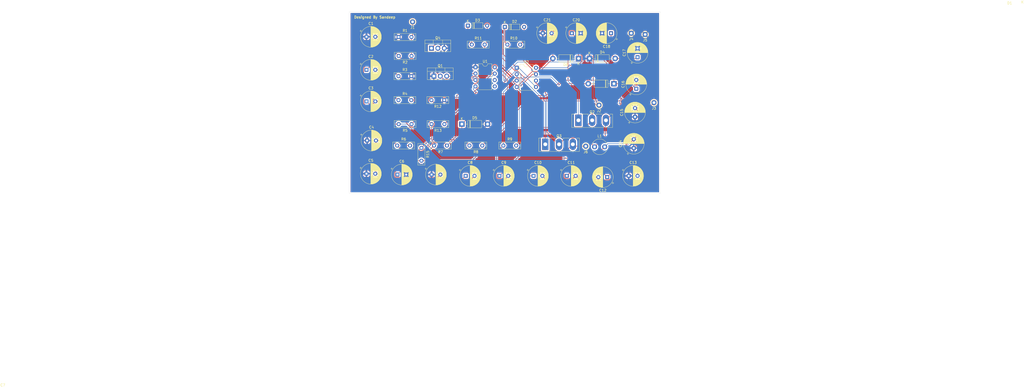
<source format=kicad_pcb>
(kicad_pcb (version 20241229) (generator "pcbnew") (generator_version "9.0")
  (layers (0 "F.Cu" signal) (2 "B.Cu" signal) (13 "F.Paste" user) (15 "B.Paste" user) (5 "F.SilkS" user "F.Silkscreen") (7 "B.SilkS" user "B.Silkscreen") (1 "F.Mask" user) (3 "B.Mask" user) (25 "Edge.Cuts" user))
  (net 0 "")
  (net 1 "Earth")
  (net 2 "Net-(U1-+)")
  (net 3 "Net-(C2-Pad2)")
  (net 4 "Net-(U1--)")
  (net 5 "Net-(D6-A)")
  (net 6 "Net-(C3-Pad1)")
  (net 7 "Net-(D5-K)")
  (net 8 "Net-(J2-Pin_1)")
  (net 9 "Net-(C8-Pad2)")
  (net 10 "Net-(Q1-E)")
  (net 11 "Net-(U2-CT)")
  (net 12 "Net-(C9-Pad1)")
  (net 13 "+15")
  (net 14 "OUT")
  (net 15 "Net-(D1-K)")
  (net 16 "Net-(Q2-S)")
  (net 17 "Net-(D4-A)")
  (net 18 "Net-(D2-K)")
  (net 19 "Net-(D2-A)")
  (net 20 "Net-(D3-A)")
  (net 21 "Net-(D3-K)")
  (net 22 "Net-(D6-K)")
  (net 23 "Net-(J1-Pin_1)")
  (net 24 "Net-(Q1-C)")
  (net 25 "Net-(U2-RT)")
  (net 27 "unconnected-(U1-BAL-Pad5)")
  (footprint "Capacitor_THT:CP_Radial_D8.0mm_P3.50mm" (layer "F.Cu") (at 122.847349 118)
    (property "Reference" "C9")
    (property "Value" "C")
  )
  (footprint "Package_DIP:DIP-8_W7.62mm" (layer "F.Cu") (at 113.38 74.96)
    (property "Reference" "U1")
    (property "Value" "LM311")
  )
  (footprint "Capacitor_THT:CP_Radial_D8.0mm_P3.50mm" (layer "F.Cu") (at 177 83.5 90)
    (property "Reference" "C16")
    (property "Value" "C")
  )
  (footprint "Capacitor_THT:CP_Radial_D8.0mm_P3.50mm" (layer "F.Cu") (at 70.5 104)
    (property "Reference" "C4")
    (property "Value" "C")
  )
  (footprint "Capacitor_THT:CP_Radial_D8.0mm_P3.50mm" (layer "F.Cu") (at 140 61.5)
    (property "Reference" "C21")
    (property "Value" "C_US")
  )
  (footprint "Package_TO_SOT_THT:TO-247-3_Vertical" (layer "F.Cu") (at 141 105.5)
    (property "Reference" "Q3")
    (property "Value" "IRFP4668PbF")
  )
  (footprint "Resistor_THT:R_Box_L8.4mm_W2.5mm_P5.08mm" (layer "F.Cu") (at 82.42 106)
    (property "Reference" "R6")
    (property "Value" "R")
  )
  (footprint "Resistor_THT:R_Box_L8.4mm_W2.5mm_P5.08mm" (layer "F.Cu") (at 88.08 70.5 180)
    (property "Reference" "R2")
    (property "Value" "R")
  )
  (footprint "Diode_THT:D_DO-35_SOD27_P7.62mm_Horizontal" (layer "F.Cu") (at 125 59)
    (property "Reference" "D2")
    (property "Value" "1N4148")
  )
  (footprint "Capacitor_THT:CP_Radial_D8.0mm_P3.50mm" (layer "F.Cu") (at 70.264698 62.92)
    (property "Reference" "C1")
    (property "Value" "C")
  )
  (footprint "Connector_Pin:Pin_D1.0mm_L10.0mm" (layer "F.Cu") (at 162.25 90)
    (property "Reference" "J2")
    (property "Value" "Conn_01x01_Pin")
  )
  (footprint "Diode_THT:D_DO-41_SOD81_P10.16mm_Horizontal" (layer "F.Cu") (at 168.16 81.5 180)
    (property "Reference" "D1")
    (property "Value" "1N5819")
  )
  (footprint "Resistor_THT:R_Box_L8.4mm_W2.5mm_P5.08mm" (layer "F.Cu") (at 88.08 97.5 180)
    (property "Reference" "R5")
    (property "Value" "R")
  )
  (footprint "Resistor_THT:R_Box_L8.4mm_W2.5mm_P5.08mm" (layer "F.Cu") (at 124.42 106)
    (property "Reference" "R9")
    (property "Value" "R")
  )
  (footprint "Capacitor_THT:CP_Radial_D8.0mm_P3.50mm" (layer "F.Cu") (at 174 118)
    (property "Reference" "C13")
    (property "Value" "C")
  )
  (footprint "Package_TO_SOT_THT:TO-247-3_Vertical" (layer "F.Cu") (at 154.1 96)
    (property "Reference" "Q2")
    (property "Value" "IRFP4668PbF")
  )
  (footprint "Capacitor_THT:CP_Radial_D8.0mm_P3.50mm" (layer "F.Cu") (at 136.347349 118)
    (property "Reference" "C10")
    (property "Value" "C")
  )
  (footprint "Diode_THT:D_DO-41_SOD81_P10.16mm_Horizontal" (layer "F.Cu") (at 154.16 71.5 180)
    (property "Reference" "D6")
    (property "Value" "1N47xxA")
  )
  (footprint "Resistor_THT:R_Box_L8.4mm_W2.5mm_P5.08mm" (layer "F.Cu") (at 82.92 78.5)
    (property "Reference" "R3")
    (property "Value" "R")
  )
  (footprint "Capacitor_THT:CP_Radial_D8.0mm_P3.50mm" (layer "F.Cu") (at 82.5 117.5)
    (property "Reference" "C6")
    (property "Value" "C")
  )
  (footprint "Inductor_THT:L_Radial_D6.0mm_P4.00mm" (layer "F.Cu") (at 160.5 106.5)
    (property "Reference" "L1")
    (property "Value" "L")
  )
  (footprint "Resistor_THT:R_Box_L8.4mm_W2.5mm_P5.08mm" (layer "F.Cu") (at 82.965 63)
    (property "Reference" "R1")
    (property "Value" "R")
  )
  (footprint "Resistor_THT:R_Box_L8.4mm_W2.5mm_P5.08mm" (layer "F.Cu") (at 101.08 97.5 180)
    (property "Reference" "R13")
    (property "Value" "R")
  )
  (footprint "Capacitor_THT:CP_Radial_D8.0mm_P3.50mm" (layer "F.Cu") (at 176.5 94.652651 90)
    (property "Reference" "C15")
    (property "Value" "C")
  )
  (footprint "Capacitor_THT:CP_Radial_D8.0mm_P3.50mm" (layer "F.Cu") (at 70.25 117.15)
    (property "Reference" "C5")
    (property "Value" "C")
  )
  (footprint "Connector_Pin:Pin_D1.0mm_L10.0mm" (layer "F.Cu") (at 175 61.5)
    (property "Reference" "J4")
    (property "Value" "Conn_01x01_Pin")
  )
  (footprint "Connector_Pin:Pin_D1.0mm_L10.0mm" (layer "F.Cu") (at 180.5 62)
    (property "Reference" "J5")
    (property "Value" "Conn_01x01_Pin")
  )
  (footprint "Package_TO_SOT_THT:TO-220-3_Vertical" (layer "F.Cu") (at 96.92 78.5)
    (property "Reference" "Q1")
    (property "Value" "TIP42C")
  )
  (footprint "Connector_Pin:Pin_D1.0mm_L10.0mm" (layer "F.Cu") (at 157 106.25)
    (property "Reference" "J6")
    (property "Value" "Conn_01x01_Pin")
  )
  (footprint "Resistor_THT:R_Box_L8.4mm_W2.5mm_P5.08mm" (layer "F.Cu") (at 116.08 106 180)
    (property "Reference" "R8")
    (property "Value" "R")
  )
  (footprint "Diode_THT:D_DO-41_SOD81_P10.16mm_Horizontal" (layer "F.Cu") (at 158.5 71.5)
    (property "Reference" "D4")
    (property "Value" "1N47xxA")
  )
  (footprint "Resistor_THT:R_Box_L8.4mm_W2.5mm_P5.08mm" (layer "F.Cu") (at 126 66)
    (property "Reference" "R10")
    (property "Value" "R")
  )
  (footprint "Capacitor_THT:CP_Radial_D8.0mm_P3.50mm" (layer "F.Cu") (at 96 117.5)
    (property "Reference" "C7")
    (property "Value" "C")
  )
  (footprint "Resistor_THT:R_Box_L8.4mm_W2.5mm_P5.08mm" (layer "F.Cu") (at 111.92 66)
    (property "Reference" "R11")
    (property "Value" "R")
  )
  (footprint "Package_TO_SOT_THT:TO-220-3_Vertical" (layer "F.Cu") (at 95.96 67.45)
    (property "Reference" "Q4")
    (property "Value" "MJE13005G")
  )
  (footprint "Capacitor_THT:CP_Radial_D8.0mm_P3.50mm" (layer "F.Cu") (at 176 107 90)
    (property "Reference" "C14")
    (property "Value" "C")
  )
  (footprint "Package_DIP:DIP-8_W7.62mm" (layer "F.Cu") (at 129.695 75.19)
    (property "Reference" "U2")
    (property "Value" "IR2153")
  )
  (footprint "Diode_THT:D_DO-41_SOD81_P10.16mm_Horizontal" (layer "F.Cu") (at 108 97.5)
    (property "Reference" "D5")
    (property "Value" "1N47xxA")
  )
  (footprint "Diode_THT:D_DO-35_SOD27_P7.62mm_Horizontal" (layer "F.Cu") (at 110.38 58.5)
    (property "Reference" "D3")
    (property "Value" "1N4148")
  )
  (footprint "Connector_Pin:Pin_D1.0mm_L10.0mm" (layer "F.Cu") (at 88.5 57)
    (property "Reference" "J1")
    (property "Value" "Conn_01x02_Pin")
  )
  (footprint "Capacitor_THT:CP_Radial_D8.0mm_P3.50mm" (layer "F.Cu") (at 70.264698 88.5)
    (property "Reference" "C3")
    (property "Value" "C")
  )
  (footprint "Capacitor_THT:CP_Radial_D8.0mm_P3.50mm" (layer "F.Cu") (at 70.264698 76)
    (property "Reference" "C2")
    (property "Value" "C")
  )
  (footprint "Capacitor_THT:CP_Radial_D8.0mm_P3.50mm" (layer "F.Cu") (at 149.5 118)
    (property "Reference" "C11")
    (property "Value" "C")
  )
  (footprint "Capacitor_THT:CP_Radial_D8.0mm_P3.50mm" (layer "F.Cu") (at 151.5 61.5)
    (property "Reference" "C20")
    (property "Value" "C_US")
  )
  (footprint "Capacitor_THT:CP_Radial_D8.0mm_P3.50mm" (layer "F.Cu") (at 109.5 118)
    (property "Reference" "C8")
    (property "Value" "C")
  )
  (footprint "Resistor_THT:R_Box_L8.4mm_W2.5mm_P5.08mm" (layer "F.Cu") (at 102.08 106 180)
    (property "Reference" "R7")
    (property "Value" "R")
  )
  (footprint "Resistor_THT:R_Box_L8.4mm_W2.5mm_P5.08mm" (layer "F.Cu") (at 101.035 88 180)
    (property "Reference" "R12")
    (property "Value" "R")
  )
  (footprint "Resistor_THT:R_Box_L8.4mm_W2.5mm_P5.08mm" (layer "F.Cu") (at 92 106.92 -90)
    (property "Reference" "R15")
    (property "Value" "R")
  )
  (footprint "Connector_Pin:Pin_D1.0mm_L10.0mm" (layer "F.Cu") (at 184 89)
    (property "Reference" "J3")
    (property "Value" "Conn_01x01_Pin")
  )
  (footprint "Capacitor_THT:CP_Radial_D8.0mm_P3.50mm" (layer "F.Cu") (at 177.5 71 90)
    (property "Reference" "C17")
    (property "Value" "C")
  )
  (footprint "Resistor_THT:R_Box_L8.4mm_W2.5mm_P5.08mm" (layer "F.Cu") (at 82.92 88)
    (property "Reference" "R4")
    (property "Value" "R")
  )
  (footprint "Capacitor_THT:CP_Radial_D8.0mm_P3.50mm" (layer "F.Cu") (at 167 61.5 180)
    (property "Reference" "C18")
    (property "Value" "C")
  )
  (footprint "Capacitor_THT:CP_Radial_D8.0mm_P3.50mm" (layer "F.Cu") (at 165.5 118.5 180)
    (property "Reference" "C12")
    (property "Value" "C")
  )
  (gr_rect (start 63.5 53) (end 186.5 125) (stroke (width 0.05)) (fill no) (layer "Edge.Cuts"))
  (gr_text "Designed By Sandeep" (at 65.25 55.75 0) (layer "F.SilkS") (effects (font (size 1 1) (thickness 0.2) (bold yes)) (justify left bottom)))
  (segment (start 84.101 71.601) (end 102.851 71.601) (width 0.2) (layer "F.Cu") (net 2))
  (segment (start 83 70.5) (end 84.101 71.601) (width 0.2) (layer "F.Cu") (net 2))
  (segment (start 102.851 71.601) (end 108.75 77.5) (width 0.2) (layer "F.Cu") (net 2))
  (segment (start 75.42 62.92) (end 83 70.5) (width 0.2) (layer "F.Cu") (net 2))
  (segment (start 108.75 77.5) (end 113.38 77.5) (width 0.2) (layer "F.Cu") (net 2))
  (segment (start 73.764698 62.92) (end 75.42 62.92) (width 0.2) (layer "F.Cu") (net 2))
  (segment (start 73.764698 76) (end 76 76) (width 0.2) (layer "F.Cu") (net 3))
  (segment (start 76 76) (end 88 88) (width 0.2) (layer "F.Cu") (net 3))
  (segment (start 79.319 74.899) (end 82.92 78.5) (width 0.2) (layer "F.Cu") (net 4))
  (segment (start 110.46 80.04) (end 108 82.5) (width 0.2) (layer "F.Cu") (net 4))
  (segment (start 89.101 96.479) (end 88.08 97.5) (width 0.2) (layer "F.Cu") (net 4))
  (segment (start 82.92 78.5) (end 89.101 84.681) (width 0.2) (layer "F.Cu") (net 4))
  (segment (start 113.38 80.04) (end 110.46 80.04) (width 0.2) (layer "F.Cu") (net 4))
  (segment (start 89.101 85) (end 89.101 96.479) (width 0.2) (layer "F.Cu") (net 4))
  (segment (start 71.365698 74.899) (end 79.319 74.899) (width 0.2) (layer "F.Cu") (net 4))
  (segment (start 70.264698 76) (end 71.365698 74.899) (width 0.2) (layer "F.Cu") (net 4))
  (segment (start 89.101 84.681) (end 89.101 85) (width 0.2) (layer "F.Cu") (net 4))
  (segment (start 91.601 82.5) (end 89.101 85) (width 0.2) (layer "F.Cu") (net 4))
  (segment (start 108 82.5) (end 91.601 82.5) (width 0.2) (layer "F.Cu") (net 4))
  (segment (start 148.399 118.78516) (end 148.399 109.001) (width 0.2) (layer "F.Cu") (net 5))
  (segment (start 173.302 112.58416) (end 173.302 89.4178) (width 0.2) (layer "F.Cu") (net 5))
  (segment (start 121.45605 73.859) (end 120.54395 73.859) (width 0.2) (layer "F.Cu") (net 5))
  (segment (start 129.695 82.09795) (end 121.45605 73.859) (width 0.2) (layer "F.Cu") (net 5))
  (segment (start 119.899 77.61805) (end 110.61805 86.899) (width 0.2) (layer "F.Cu") (net 5))
  (segment (start 141.25 86.25) (end 133.135 86.25) (width 0.2) (layer "F.Cu") (net 5))
  (segment (start 166.28516 119.601) (end 173.302 112.58416) (width 0.2) (layer "F.Cu") (net 5))
  (segment (start 153 118) (end 151.899 119.101) (width 0.2) (layer "F.Cu") (net 5))
  (segment (start 141.847349 120) (end 151 120) (width 0.2) (layer "F.Cu") (net 5))
  (segment (start 144 71.5) (end 144 62) (width 0.2) (layer "F.Cu") (net 5))
  (segment (start 162 118.5) (end 153.5 118.5) (width 0.2) (layer "F.Cu") (net 5))
  (segment (start 148.399 118.78516) (end 149.21484 119.601) (width 0.2) (layer "F.Cu") (net 5))
  (segment (start 99.5 117.5) (end 98.399 118.601) (width 0.2) (layer "F.Cu") (net 5))
  (segment (start 77.52295 88.5) (end 87.62395 98.601) (width 0.2) (layer "F.Cu") (net 5))
  (segment (start 98.399 118.601) (end 81.71484 118.601) (width 0.2) (layer "F.Cu") (net 5))
  (segment (start 81.399 118.28516) (end 81.399 116.71484) (width 0.2) (layer "F.Cu") (net 5))
  (segment (start 120.54395 73.859) (end 119.899 74.50395) (width 0.2) (layer "F.Cu") (net 5))
  (segment (start 173.302 89.4178) (end 163.9832 80.099) (width 0.2) (layer "F.Cu") (net 5))
  (segment (start 133.135 86.25) (end 129.695 82.81) (width 0.2) (layer "F.Cu") (net 5))
  (segment (start 149.21484 119.601) (end 166.28516 119.601) (width 0.2) (layer "F.Cu") (net 5))
  (segment (start 94.854 96.354) (end 96 97.5) (width 0.2) (layer "F.Cu") (net 5))
  (segment (start 129.695 82.81) (end 135.876 76.629) (width 0.2) (layer "F.Cu") (net 5))
  (segment (start 81.399 116.71484) (end 88.11384 110) (width 0.2) (layer "F.Cu") (net 5))
  (segment (start 151 120) (end 153 118) (width 0.2) (layer "F.Cu") (net 5))
  (segment (start 87.62395 98.601) (end 94.899 98.601) (width 0.2) (layer "F.Cu") (net 5))
  (segment (start 151.899 119.101) (end 148.71484 119.101) (width 0.2) (layer "F.Cu") (net 5))
  (segment (start 97.172576 106) (end 97.673576 105.499) (width 0.2) (layer "F.Cu") (net 5))
  (segment (start 135.876 76.629) (end 138.871 76.629) (width 0.2) (layer "F.Cu") (net 5))
  (segment (start 148.71484 119.101) (end 148.399 118.78516) (width 0.2) (layer "F.Cu") (net 5))
  (segment (start 163.9832 80.099) (end 147.401 80.099) (width 0.2) (layer "F.Cu") (net 5))
  (segment (start 97 106) (end 97.172576 106) (width 0.2) (layer "F.Cu") (net 5))
  (segment (start 73.764698 88.5) (end 77.52295 88.5) (width 0.2) (layer "F.Cu") (net 5))
  (segment (start 148.399 109.001) (end 151.9 105.5) (width 0.2) (layer "F.Cu") (net 5))
  (segment (start 88.11384 110) (end 93 110) (width 0.2) (layer "F.Cu") (net 5))
  (segment (start 95.49895 86.899) (end 94.854 87.54395) (width 0.2) (layer "F.Cu") (net 5))
  (segment (start 152.65 106.25) (end 151.9 105.5) (width 0.2) (layer "F.Cu") (net 5))
  (segment (start 94.899 98.601) (end 96 97.5) (width 0.2) (layer "F.Cu") (net 5))
  (segment (start 93 110) (end 97 106) (width 0.2) (layer "F.Cu") (net 5))
  (segment (start 119.899 74.50395) (end 119.899 77.61805) (width 0.2) (layer "F.Cu") (net 5))
  (segment (start 139.847349 118) (end 141.847349 120) (width 0.2) (layer "F.Cu") (net 5))
  (segment (start 144 62) (end 143.5 61.5) (width 0.2) (layer "F.Cu") (net 5))
  (segment (start 94.854 87.54395) (end 94.854 96.354) (width 0.2) (layer "F.Cu") (net 5))
  (segment (start 81.71484 118.601) (end 81.399 118.28516) (width 0.2) (layer "F.Cu") (net 5))
  (segment (start 153.5 118.5) (end 153 118) (width 0.2) (layer "F.Cu") (net 5))
  (segment (start 138.871 76.629) (end 144 71.5) (width 0.2) (layer "F.Cu") (net 5))
  (segment (start 129.695 82.81) (end 129.695 82.09795) (width 0.2) (layer "F.Cu") (net 5))
  (segment (start 110.61805 86.899) (end 95.49895 86.899) (width 0.2) (layer "F.Cu") (net 5))
  (segment (start 157 106.25) (end 152.65 106.25) (width 0.2) (layer "F.Cu") (net 5))
  (segment (start 147.401 80.099) (end 141.25 86.25) (width 0.2) (layer "F.Cu") (net 5))
  (via (at 97.673576 105.499) (size 0.6) (drill 0.3) (layers "F.Cu" "B.Cu") (net 5))
  (segment (start 96 103.825424) (end 96 97.5) (width 0.2) (layer "B.Cu") (net 5))
  (segment (start 97.673576 105.499) (end 96 103.825424) (width 0.2) (layer "B.Cu") (net 5))
  (segment (start 97.101 97.95605) (end 97.101 89.146) (width 0.2) (layer "F.Cu") (net 6))
  (segment (start 96.05505 99.002) (end 97.101 97.95605) (width 0.2) (layer "F.Cu") (net 6))
  (segment (start 80.766698 99.002) (end 96.05505 99.002) (width 0.2) (layer "F.Cu") (net 6))
  (segment (start 97.101 89.146) (end 95.955 88) (width 0.2) (layer "F.Cu") (net 6))
  (segment (start 70.264698 88.5) (end 80.766698 99.002) (width 0.2) (layer "F.Cu") (net 6))
  (segment (start 92 106.92) (end 95.92 103) (width 0.2) (layer "F.Cu") (net 7))
  (segment (start 126 85.5) (end 126 79.96) (width 0.2) (layer "F.Cu") (net 7))
  (segment (start 108 97.5) (end 120 85.5) (width 0.2) (layer "F.Cu") (net 7))
  (segment (start 126 79.96) (end 121 74.96) (width 0.2) (layer "F.Cu") (net 7))
  (segment (start 120 85.5) (end 126 85.5) (width 0.2) (layer "F.Cu") (net 7))
  (segment (start 84.139999 107.719999) (end 91.200001 107.719999) (width 0.2) (layer "F.Cu") (net 7))
  (segment (start 82.42 106) (end 84.139999 107.719999) (width 0.2) (layer "F.Cu") (net 7))
  (segment (start 74 104) (end 80.42 104) (width 0.2) (layer "F.Cu") (net 7))
  (segment (start 74 104) (end 74 116.9) (width 0.2) (layer "F.Cu") (net 7))
  (segment (start 91.200001 107.719999) (end 92 106.92) (width 0.2) (layer "F.Cu") (net 7))
  (segment (start 108 101.5) (end 108 97.5) (width 0.2) (layer "F.Cu") (net 7))
  (segment (start 74 116.9) (end 73.75 117.15) (width 0.2) (layer "F.Cu") (net 7))
  (segment (start 106.5 103) (end 108 101.5) (width 0.2) (layer "F.Cu") (net 7))
  (segment (start 95.92 103) (end 106.5 103) (width 0.2) (layer "F.Cu") (net 7))
  (segment (start 80.42 104) (end 82.42 106) (width 0.2) (layer "F.Cu") (net 7))
  (segment (start 162.25 90) (end 161.25 90) (width 0.2) (layer "F.Cu") (net 8))
  (segment (start 88 112) (end 92 112) (width 0.2) (layer "F.Cu") (net 8))
  (segment (start 160 70) (end 160 79.499) (width 0.2) (layer "F.Cu") (net 8))
  (segment (start 82.5 117.5) (end 88 112) (width 0.2) (layer "F.Cu") (net 8))
  (segment (start 151.5 61.5) (end 160 70) (width 0.2) (layer "F.Cu") (net 8))
  (segment (start 125.199 98.801) (end 156.749 98.801) (width 0.2) (layer "F.Cu") (net 8))
  (segment (start 159.976 88.726) (end 160 88.702) (width 0.2) (layer "F.Cu") (net 8))
  (segment (start 112 112) (end 125.199 98.801) (width 0.2) (layer "F.Cu") (net 8))
  (segment (start 162.25 89.901) (end 161.25 88.901) (width 0.2) (layer "F.Cu") (net 8))
  (segment (start 156.749 98.801) (end 159.55 96) (width 0.2) (layer "F.Cu") (net 8))
  (segment (start 159.55 89.152) (end 159.976 88.726) (width 0.2) (layer "F.Cu") (net 8))
  (segment (start 162.25 90) (end 162.25 89.901) (width 0.2) (layer "F.Cu") (net 8))
  (segment (start 161.25 90) (end 159.976 88.726) (width 0.2) (layer "F.Cu") (net 8))
  (segment (start 159.55 96) (end 159.55 89.152) (width 0.2) (layer "F.Cu") (net 8))
  (segment (start 92 112) (end 112 112) (width 0.2) (layer "F.Cu") (net 8))
  (via (at 161.25 88.901) (size 0.6) (drill 0.3) (layers "F.Cu" "B.Cu") (net 8))
  (via (at 160 79.499) (size 0.6) (drill 0.3) (layers "F.Cu" "B.Cu") (net 8))
  (segment (start 160 79.499) (end 160 87) (width 0.2) (layer "B.Cu") (net 8))
  (segment (start 161.25 88.901) (end 161.25 88.25) (width 0.2) (layer "B.Cu") (net 8))
  (segment (start 161.25 88.25) (end 160 87) (width 0.2) (layer "B.Cu") (net 8))
  (segment (start 85.727951 108.120999) (end 92.356051 108.120999) (width 0.2) (layer "F.Cu") (net 9))
  (segment (start 92.356051 108.120999) (end 95.97905 104.498) (width 0.2) (layer "F.Cu") (net 9))
  (segment (start 111.597 119.403) (end 74.44595 119.403) (width 0.2) (layer "F.Cu") (net 9))
  (segment (start 113 118) (end 111.597 119.403) (width 0.2) (layer "F.Cu") (net 9))
  (segment (start 95.97905 104.498) (end 109.498 104.498) (width 0.2) (layer "F.Cu") (net 9))
  (segment (start 74.44595 119.403) (end 85.727951 108.120999) (width 0.2) (layer "F.Cu") (net 9))
  (segment (start 109.498 104.498) (end 111 106) (width 0.2) (layer "F.Cu") (net 9))
  (segment (start 113.49805 81.479) (end 110.771 81.479) (width 0.2) (layer "F.Cu") (net 10))
  (segment (start 114.481 79.58395) (end 114.481 80.49605) (width 0.2) (layer "F.Cu") (net 10))
  (segment (start 80.998 116.54874) (end 87.94774 109.599) (width 0.2) (layer "F.Cu") (net 10))
  (segment (start 91.84395 109.599) (end 96.54395 104.899) (width 0.2) (layer "F.Cu") (net 10))
  (segment (start 87.94774 109.599) (end 91.84395 109.599) (width 0.2) (layer "F.Cu") (net 10))
  (segment (start 110.771 81.479) (end 106 86.25) (width 0.2) (layer "F.Cu") (net 10))
  (segment (start 80.998 118.45126) (end 80.998 116.54874) (width 0.2) (layer "F.Cu") (net 10))
  (segment (start 102.101 78.601) (end 113.49805 78.601) (width 0.2) (layer "F.Cu") (net 10))
  (segment (start 113.49805 78.601) (end 114.481 79.58395) (width 0.2) (layer "F.Cu") (net 10))
  (segment (start 81.54874 119.002) (end 80.998 118.45126) (width 0.2) (layer "F.Cu") (net 10))
  (segment (start 96.54395 104.899) (end 100.979 104.899) (width 0.2) (layer "F.Cu") (net 10))
  (segment (start 108.498 119.002) (end 81.54874 119.002) (width 0.2) (layer "F.Cu") (net 10))
  (segment (start 109.5 118) (end 108.498 119.002) (width 0.2) (layer "F.Cu") (net 10))
  (segment (start 102 78.5) (end 102.101 78.601) (width 0.2) (layer "F.Cu") (net 10))
  (segment (start 100.979 104.899) (end 102.08 106) (width 0.2) (layer "F.Cu") (net 10))
  (segment (start 114.481 80.49605) (end 113.49805 81.479) (width 0.2) (layer "F.Cu") (net 10))
  (via (at 106 86.25) (size 0.6) (drill 0.3) (layers "F.Cu" "B.Cu") (net 10))
  (segment (start 106 86.25) (end 106 102.08) (width 0.2) (layer "B.Cu") (net 10))
  (segment (start 106 102.08) (end 102.08 106) (width 0.2) (layer "B.Cu") (net 10))
  (segment (start 125.246349 119.101) (end 122.062189 119.101) (width 0.2) (layer "F.Cu") (net 11))
  (segment (start 129.695 80.27) (end 128.98 80.27) (width 0.2) (layer "F.Cu") (net 11))
  (segment (start 128.98 80.27) (end 128.84779 80.40221) (width 0.2) (layer "F.Cu") (net 11))
  (segment (start 121.746349 118.78516) (end 121.746349 108.673651) (width 0.2) (layer "F.Cu") (net 11))
  (segment (start 126.347349 118) (end 136.347349 118) (width 0.2) (layer "F.Cu") (net 11))
  (segment (start 122.062189 119.101) (end 121.746349 118.78516) (width 0.2) (layer "F.Cu") (net 11))
  (segment (start 121.746349 108.673651) (end 124.42 106) (width 0.2) (layer "F.Cu") (net 11))
  (segment (start 126.347349 118) (end 125.246349 119.101) (width 0.2) (layer "F.Cu") (net 11))
  (via (at 128.84779 80.40221) (size 0.6) (drill 0.3) (layers "F.Cu" "B.Cu") (net 11))
  (segment (start 124.42 84.83) (end 124.42 106) (width 0.2) (layer "B.Cu") (net 11))
  (segment (start 128.84779 80.40221) (end 124.42 84.83) (width 0.2) (layer "B.Cu") (net 11))
  (segment (start 170.5 101) (end 172.5 99) (width 0.2) (layer "F.Cu") (net 12))
  (segment (start 171 88.25) (end 170.949 88.301) (width 0.2) (layer "F.Cu") (net 12))
  (segment (start 139.847349 101) (end 170.5 101) (width 0.2) (layer "F.Cu") (net 12))
  (segment (start 172.5 99) (end 171 97.5) (width 0.2) (layer "F.Cu") (net 12))
  (segment (start 171 97.5) (end 171 88.25) (width 0.2) (layer "F.Cu") (net 12))
  (segment (start 170.949 88.301) (end 133.779 88.301) (width 0.2) (layer "F.Cu") (net 12))
  (segment (start 133.779 88.301) (end 116.08 106) (width 0.2) (layer "F.Cu") (net 12))
  (segment (start 122.847349 118) (end 139.847349 101) (width 0.2) (layer "F.Cu") (net 12))
  (segment (start 124.29473 69.78973) (end 124.29473 62.67058) (width 0.2) (layer "F.Cu") (net 13))
  (segment (start 172.901 89.5839) (end 164.8171 81.5) (width 0.2) (layer "F.Cu") (net 13))
  (segment (start 108.952 56.998) (end 98.5 67.45) (width 0.2) (layer "F.Cu") (net 13))
  (segment (start 158 81.5) (end 146.84853 81.5) (width 0.2) (layer "F.Cu") (net 13))
  (segment (start 129.695 75.19) (end 124.29473 69.78973) (width 0.2) (layer "F.Cu") (net 13))
  (segment (start 164.8171 81.5) (end 158 81.5) (width 0.2) (layer "F.Cu") (net 13))
  (segment (start 172.901 111.099) (end 172.901 89.5839) (width 0.2) (layer "F.Cu") (net 13))
  (segment (start 150.601 116.899) (end 163.899 116.899) (width 0.2) (layer "F.Cu") (net 13))
  (segment (start 124.29473 62.67058) (end 118.62215 56.998) (width 0.2) (layer "F.Cu") (net 13))
  (segment (start 118.62215 56.998) (end 108.952 56.998) (width 0.2) (layer "F.Cu") (net 13))
  (segment (start 163.899 116.899) (end 165.5 118.5) (width 0.2) (layer "F.Cu") (net 13))
  (segment (start 149.5 118) (end 150.601 116.899) (width 0.2) (layer "F.Cu") (net 13))
  (segment (start 146.84853 81.5) (end 146.424265 81.924265) (width 0.2) (layer "F.Cu") (net 13))
  (segment (start 165.5 118.5) (end 172.901 111.099) (width 0.2) (layer "F.Cu") (net 13))
  (via (at 146.424265 81.924265) (size 0.6) (drill 0.3) (layers "F.Cu" "B.Cu") (net 13))
  (segment (start 143.331 78.831) (end 134.136 78.831) (width 0.2) (layer "B.Cu") (net 13))
  (segment (start 130.495 75.19) (end 129.695 75.19) (width 0.2) (layer "B.Cu") (net 13))
  (segment (start 134.136 78.831) (end 130.495 75.19) (width 0.2) (layer "B.Cu") (net 13))
  (segment (start 146.424265 81.924265) (end 143.331 78.831) (width 0.2) (layer "B.Cu") (net 13))
  (segment (start 177.75 101.75) (end 176 103.5) (width 0.2) (layer "F.Cu") (net 14))
  (segment (start 164.5 106.5) (end 160 111) (width 0.2) (layer "F.Cu") (net 14))
  (segment (start 176 105.11384) (end 176 103.5) (width 0.2) (layer "F.Cu") (net 14))
  (segment (start 82.319 87.399) (end 82.92 88) (width 0.2) (layer "F.Cu") (net 14))
  (segment (start 174.25 105.25) (end 173.902 105.25) (width 0.2) (layer "F.Cu") (net 14))
  (segment (start 72.663698 88.95605) (end 72.663698 88.04395) (width 0.2) (layer "F.Cu") (net 14))
  (segment (start 72.663698 88.04395) (end 73.308648 87.399) (width 0.2) (layer "F.Cu") (net 14))
  (segment (start 83 97.5) (end 81.207648 97.5) (width 0.2) (layer "F.Cu") (net 14))
  (segment (start 176.5 91.152651) (end 177.75 92.402651) (width 0.2) (layer "F.Cu") (net 14))
  (segment (start 177.75 92.402651) (end 177.75 101.75) (width 0.2) (layer "F.Cu") (net 14))
  (segment (start 81.207648 97.5) (end 72.663698 88.95605) (width 0.2) (layer "F.Cu") (net 14))
  (segment (start 177.5 106.61384) (end 176 105.11384) (width 0.2) (layer "F.Cu") (net 14))
  (segment (start 160 111) (end 148.999 111) (width 0.2) (layer "F.Cu") (net 14))
  (segment (start 73.308648 87.399) (end 82.319 87.399) (width 0.2) (layer "F.Cu") (net 14))
  (segment (start 181.847349 91.152651) (end 184 89) (width 0.2) (layer "F.Cu") (net 14))
  (segment (start 176.5 91.152651) (end 181.847349 91.152651) (width 0.2) (layer "F.Cu") (net 14))
  (segment (start 176 103.5) (end 174.25 105.25) (width 0.2) (layer "F.Cu") (net 14))
  (segment (start 177.5 118) (end 177.5 106.61384) (width 0.2) (layer "F.Cu") (net 14))
  (via (at 173.902 105.25) (size 0.6) (drill 0.3) (layers "F.Cu" "B.Cu") (net 14))
  (via (at 148.999 111) (size 0.6) (drill 0.3) (layers "F.Cu" "B.Cu") (net 14))
  (segment (start 173.902 105.25) (end 165.75 105.25) (width 0.2) (layer "B.Cu") (net 14))
  (segment (start 86.25 97.5) (end 83 97.5) (width 0.2) (layer "B.Cu") (net 14))
  (segment (start 148.999 111) (end 99.75 111) (width 0.2) (layer "B.Cu") (net 14))
  (segment (start 99.75 111) (end 86.25 97.5) (width 0.2) (layer "B.Cu") (net 14))
  (segment (start 165.75 105.25) (end 164.5 106.5) (width 0.2) (layer "B.Cu") (net 14))
  (segment (start 168.16 76.27384) (end 152.28516 60.399) (width 0.2) (layer "F.Cu") (net 15))
  (segment (start 153.89616 74.25) (end 150.6 74.25) (width 0.2) (layer "F.Cu") (net 15))
  (segment (start 150.399 60.71484) (end 150.399 65.25284) (width 0.2) (layer "F.Cu") (net 15))
  (segment (start 150.399 65.25284) (end 155.561 70.41484) (width 0.2) (layer "F.Cu") (net 15))
  (segment (start 155.561 72.58516) (end 153.89616 74.25) (width 0.2) (layer "F.Cu") (net 15))
  (segment (start 155.561 70.41484) (end 155.561 72.58516) (width 0.2) (layer "F.Cu") (net 15))
  (segment (start 150.71484 60.399) (end 150.399 60.71484) (width 0.2) (layer "F.Cu") (net 15))
  (segment (start 152.28516 60.399) (end 150.71484 60.399) (width 0.2) (layer "F.Cu") (net 15))
  (segment (start 168.16 81.5) (end 168.16 76.27384) (width 0.2) (layer "F.Cu") (net 15))
  (segment (start 168.16 81.5) (end 175 81.5) (width 0.2) (layer "F.Cu") (net 15))
  (segment (start 175 81.5) (end 177 83.5) (width 0.2) (layer "F.Cu") (net 15))
  (via (at 150.6 74.25) (size 0.6) (drill 0.3) (layers "F.Cu" "B.Cu") (net 15))
  (segment (start 150.6 74.25) (end 149.66 75.19) (width 0.2) (layer "B.Cu") (net 15))
  (segment (start 149.66 75.19) (end 137.315 75.19) (width 0.2) (layer "B.Cu") (net 15))
  (segment (start 170.599 90.401) (end 170.599 89.449) (width 0.2) (layer "F.Cu") (net 16))
  (segment (start 160.5 106.5) (end 164.75 102.25) (width 0.2) (layer "F.Cu") (net 16))
  (segment (start 170.599 89.449) (end 170.4 89.25) (width 0.2) (layer "F.Cu") (net 16))
  (segment (start 164.75 102.25) (end 164.75 101.6) (width 0.2) (layer "F.Cu") (net 16))
  (segment (start 165 96) (end 170.599 90.401) (width 0.2) (layer "F.Cu") (net 16))
  (segment (start 137.31205 81.25) (end 141.125735 85.063685) (width 0.2) (layer "F.Cu") (net 16))
  (segment (start 156.949 102.949) (end 149.001 102.949) (width 0.2) (layer "F.Cu") (net 16))
  (segment (start 141.125735 85.063685) (end 141.125735 85.525735) (width 0.2) (layer "F.Cu") (net 16))
  (segment (start 137.315 80.27) (end 137.315 81.185) (width 0.2) (layer "F.Cu") (net 16))
  (segment (start 137.25 81.25) (end 137.31205 81.25) (width 0.2) (layer "F.Cu") (net 16))
  (segment (start 149.001 102.949) (end 146.45 105.5) (width 0.2) (layer "F.Cu") (net 16))
  (segment (start 160.5 106.5) (end 156.949 102.949) (width 0.2) (layer "F.Cu") (net 16))
  (segment (start 137.315 81.185) (end 137.25 81.25) (width 0.2) (layer "F.Cu") (net 16))
  (via (at 141.125735 85.525735) (size 0.6) (drill 0.3) (layers "F.Cu" "B.Cu") (net 16))
  (via (at 164.75 101.6) (size 0.6) (drill 0.3) (layers "F.Cu" "B.Cu") (net 16))
  (via (at 170.4 89.25) (size 0.6) (drill 0.3) (layers "F.Cu" "B.Cu") (net 16))
  (segment (start 170.4 89.25) (end 170.4 88.1) (width 0.2) (layer "B.Cu") (net 16))
  (segment (start 164.75 96.25) (end 165 96) (width 0.2) (layer "B.Cu") (net 16))
  (segment (start 170.4 88.1) (end 177 81.5) (width 0.2) (layer "B.Cu") (net 16))
  (segment (start 141.401 100.451) (end 146.45 105.5) (width 0.2) (layer "B.Cu") (net 16))
  (segment (start 177 81.5) (end 177 80) (width 0.2) (layer "B.Cu") (net 16))
  (segment (start 141.401 85.801) (end 141.401 100.451) (width 0.2) (layer "B.Cu") (net 16))
  (segment (start 141.125735 85.525735) (end 141.401 85.801) (width 0.2) (layer "B.Cu") (net 16))
  (segment (start 164.75 101.6) (end 164.75 96.25) (width 0.2) (layer "B.Cu") (net 16))
  (segment (start 113.55779 85.02221) (end 113.55779 84.80779) (width 0.2) (layer "F.Cu") (net 17))
  (segment (start 101.08 97.5) (end 113.481 85.099) (width 0.2) (layer "F.Cu") (net 17))
  (segment (start 167 61.5) (end 167 69.84) (width 0.2) (layer "F.Cu") (net 17))
  (segment (start 113.481 85.099) (end 120.6261 85.099) (width 0.2) (layer "F.Cu") (net 17))
  (segment (start 101.08 97.5) (end 113.55779 85.02221) (width 0.2) (layer "F.Cu") (net 17))
  (segment (start 120.6261 85.099) (end 125.153071 80.572029) (width 0.2) (layer "F.Cu") (net 17))
  (segment (start 177.5 71) (end 177.25 71) (width 0.2) (layer "F.Cu") (net 17))
  (segment (start 167 69.84) (end 168.66 71.5) (width 0.2) (layer "F.Cu") (net 17))
  (segment (start 125.153071 80.572029) (end 125.153071 79.9616) (width 0.2) (layer "F.Cu") (net 17))
  (segment (start 176.75 71.5) (end 168.66 71.5) (width 0.2) (layer "F.Cu") (net 17))
  (segment (start 177.25 71) (end 176.75 71.5) (width 0.2) (layer "F.Cu") (net 17))
  (via (at 125.153071 79.9616) (size 0.6) (drill 0.3) (layers "F.Cu" "B.Cu") (net 17))
  (via (at 113.55779 84.80779) (size 0.6) (drill 0.3) (layers "F.Cu" "B.Cu") (net 17))
  (segment (start 112.46 83.5) (end 113.38 82.58) (width 0.2) (layer "B.Cu") (net 17))
  (segment (start 125.153071 79.9616) (end 125.153071 77.845769) (width 0.2) (layer "B.Cu") (net 17))
  (segment (start 112.46 83.71) (end 112.46 83.5) (width 0.2) (layer "B.Cu") (net 17))
  (segment (start 167.259 72.901) (end 168.66 71.5) (width 0.2) (layer "B.Cu") (net 17))
  (segment (start 130.09784 72.901) (end 167.259 72.901) (width 0.2) (layer "B.Cu") (net 17))
  (segment (start 113.55779 84.80779) (end 112.46 83.71) (width 0.2) (layer "B.Cu") (net 17))
  (segment (start 125.153071 77.845769) (end 130.09784 72.901) (width 0.2) (layer "B.Cu") (net 17))
  (segment (start 135.686714 75.686714) (end 135.686714 76.059639) (width 0.2) (layer "F.Cu") (net 18))
  (segment (start 125 65) (end 126 66) (width 0.2) (layer "F.Cu") (net 18))
  (segment (start 135.926849 77.73) (end 131.396 82.260849) (width 0.2) (layer "F.Cu") (net 18))
  (segment (start 126 66) (end 135.686714 75.686714) (width 0.2) (layer "F.Cu") (net 18))
  (segment (start 125 59) (end 125 65) (width 0.2) (layer "F.Cu") (net 18))
  (segment (start 137.315 77.73) (end 135.926849 77.73) (width 0.2) (layer "F.Cu") (net 18))
  (via (at 131.396 82.260849) (size 0.6) (drill 0.3) (layers "F.Cu" "B.Cu") (net 18))
  (via (at 135.686714 76.059639) (size 0.6) (drill 0.3) (layers "F.Cu" "B.Cu") (net 18))
  (segment (start 125.754071 79.86795) (end 125.754071 80.210543) (width 0.2) (layer "B.Cu") (net 18))
  (segment (start 131.396 82.260849) (end 131.396 77.87395) (width 0.2) (layer "B.Cu") (net 18))
  (segment (start 135.686714 76.101714) (end 137.315 77.73) (width 0.2) (layer "B.Cu") (net 18))
  (segment (start 125.402014 80.5626) (end 124.904128 80.5626) (width 0.2) (layer "B.Cu") (net 18))
  (segment (start 124.552071 80.210543) (end 124.552071 59.447929) (width 0.2) (layer "B.Cu") (net 18))
  (segment (start 124.552071 59.447929) (end 125 59) (width 0.2) (layer "B.Cu") (net 18))
  (segment (start 124.904128 80.5626) (end 124.552071 80.210543) (width 0.2) (layer "B.Cu") (net 18))
  (segment (start 125.754071 80.210543) (end 125.402014 80.5626) (width 0.2) (layer "B.Cu") (net 18))
  (segment (start 131.396 77.87395) (end 130.15105 76.629) (width 0.2) (layer "B.Cu") (net 18))
  (segment (start 135.686714 76.059639) (end 135.686714 76.101714) (width 0.2) (layer "B.Cu") (net 18))
  (segment (start 130.15105 76.629) (end 128.993021 76.629) (width 0.2) (layer "B.Cu") (net 18))
  (segment (start 128.993021 76.629) (end 125.754071 79.86795) (width 0.2) (layer "B.Cu") (net 18))
  (segment (start 132.62 64.46) (end 131.08 66) (width 0.2) (layer "F.Cu") (net 19))
  (segment (start 131.08 66) (end 136.681 60.399) (width 0.2) (layer "F.Cu") (net 19))
  (segment (start 150 66.44295) (end 150 79.499) (width 0.2) (layer "F.Cu") (net 19))
  (segment (start 136.681 60.399) (end 143.95605 60.399) (width 0.2) (layer "F.Cu") (net 19))
  (segment (start 143.95605 60.399) (end 150 66.44295) (width 0.2) (layer "F.Cu") (net 19))
  (segment (start 132.62 59) (end 132.62 64.46) (width 0.2) (layer "F.Cu") (net 19))
  (via (at 150 79.499) (size 0.6) (drill 0.3) (layers "F.Cu" "B.Cu") (net 19))
  (segment (start 154.1 84.6) (end 154.1 96) (width 0.2) (layer "B.Cu") (net 19))
  (segment (start 150 79.499) (end 150 80.5) (width 0.2) (layer "B.Cu") (net 19))
  (segment (start 150 80.5) (end 154.1 84.6) (width 0.2) (layer "B.Cu") (net 19))
  (segment (start 129.03763 79.169) (end 131.669 79.169) (width 0.2) (layer "F.Cu") (net 20))
  (segment (start 117 67.13137) (end 129.03763 79.169) (width 0.2) (layer "F.Cu") (net 20))
  (segment (start 117 66) (end 117 67.13137) (width 0.2) (layer "F.Cu") (net 20))
  (segment (start 131.669 79.169) (end 132.078235 79.578235) (width 0.2) (layer "F.Cu") (net 20))
  (segment (start 118 65) (end 117 66) (width 0.2) (layer "F.Cu") (net 20))
  (segment (start 118 58.5) (end 118 65) (width 0.2) (layer "F.Cu") (net 20))
  (via (at 132.078235 79.578235) (size 0.6) (drill 0.3) (layers "F.Cu" "B.Cu") (net 20))
  (segment (start 141 88.5) (end 141 105.5) (width 0.2) (layer "B.Cu") (net 20))
  (segment (start 132.078235 79.578235) (end 141 88.5) (width 0.2) (layer "B.Cu") (net 20))
  (segment (start 110.38 64.46) (end 111.92 66) (width 0.2) (layer "F.Cu") (net 21))
  (segment (start 117.54395 57.399) (end 118.45605 57.399) (width 0.2) (layer "F.Cu") (net 21))
  (segment (start 129.922375 76.291) (end 132.643923 79.012548) (width 0.2) (layer "F.Cu") (net 21))
  (segment (start 111.92 66) (end 111.92 63.02295) (width 0.2) (layer "F.Cu") (net 21))
  (segment (start 128.90984 76.291) (end 129.922375 76.291) (width 0.2) (layer "F.Cu") (net 21))
  (segment (start 123.89373 62.83668) (end 123.89373 71.27489) (width 0.2) (layer "F.Cu") (net 21))
  (segment (start 110.38 58.5) (end 110.38 64.46) (width 0.2) (layer "F.Cu") (net 21))
  (segment (start 123.89373 71.27489) (end 128.90984 76.291) (width 0.2) (layer "F.Cu") (net 21))
  (segment (start 118.45605 57.399) (end 123.89373 62.83668) (width 0.2) (layer "F.Cu") (net 21))
  (segment (start 111.92 63.02295) (end 117.54395 57.399) (width 0.2) (layer "F.Cu") (net 21))
  (via (at 132.643923 79.012548) (size 0.6) (drill 0.3) (layers "F.Cu" "B.Cu") (net 21))
  (segment (start 132.643923 79.012548) (end 133.517548 79.012548) (width 0.2) (layer "B.Cu") (net 21))
  (segment (start 133.517548 79.012548) (end 137.315 82.81) (width 0.2) (layer "B.Cu") (net 21))
  (segment (start 106.813 56.597) (end 140.72115 56.597) (width 0.2) (layer "F.Cu") (net 22))
  (segment (start 154.16 70.03585) (end 154.16 71.5) (width 0.2) (layer "F.Cu") (net 22))
  (segment (start 95.96 67.45) (end 106.813 56.597) (width 0.2) (layer "F.Cu") (net 22))
  (segment (start 140.72115 56.597) (end 154.16 70.03585) (width 0.2) (layer "F.Cu") (net 22))
  (segment (start 88.5 57) (end 88.5 62.545) (width 0.2) (layer "F.Cu") (net 23))
  (segment (start 88.045 63) (end 88.045 70.465) (width 0.2) (layer "F.Cu") (net 23))
  (segment (start 88.045 70.465) (end 88.08 70.5) (width 0.2) (layer "F.Cu") (net 23))
  (segment (start 88.5 62.545) (end 88.045 63) (width 0.2) (layer "F.Cu") (net 23))
  (segment (start 110.7319 79.201) (end 112.386985 79.201) (width 0.2) (layer "F.Cu") (net 24))
  (segment (start 99.46 78.5) (end 95.458 74.498) (width 0.2) (layer "F.Cu") (net 24))
  (segment (start 69.163698 89.28516) (end 85.878538 106) (width 0.2) (layer "F.Cu") (net 24))
  (segment (start 110.1319 79.801) (end 110.7319 79.201) (width 0.2) (layer "F.Cu") (net 24))
  (segment (start 69.880538 74.498) (end 69.163698 75.21484) (width 0.2) (layer "F.Cu") (net 24))
  (segment (start 99.46 78.5) (end 100.761 79.801) (width 0.2) (layer "F.Cu") (net 24))
  (segment (start 95.458 74.498) (end 69.880538 74.498) (width 0.2) (layer "F.Cu") (net 24))
  (segment (start 69.163698 75.21484) (end 69.163698 89.28516) (width 0.2) (layer "F.Cu") (net 24))
  (segment (start 100.761 79.801) (end 110.1319 79.801) (width 0.2) (layer "F.Cu") (net 24))
  (segment (start 85.878538 106) (end 87.5 106) (width 0.2) (layer "F.Cu") (net 24))
  (via (at 112.386985 79.201) (size 0.6) (drill 0.3) (layers "F.Cu" "B.Cu") (net 24))
  (segment (start 112.837985 78.75) (end 119.75 78.75) (width 0.2) (layer "B.Cu") (net 24))
  (segment (start 119.75 78.75) (end 121 77.5) (width 0.2) (layer "B.Cu") (net 24))
  (segment (start 112.386985 79.201) (end 112.837985 78.75) (width 0.2) (layer "B.Cu") (net 24))
  (segment (start 129.695 77.73) (end 129.695 78.514) (width 0.2) (layer "F.Cu") (net 25))
  (segment (start 129.695 78.514) (end 129.75 78.569) (width 0.2) (layer "F.Cu") (net 25))
  (via (at 129.75 78.569) (size 0.6) (drill 0.3) (layers "F.Cu" "B.Cu") (net 25))
  (segment (start 130.796 79.615) (end 130.796 104.704) (width 0.2) (layer "B.Cu") (net 25))
  (segment (start 130.796 104.704) (end 129.5 106) (width 0.2) (layer "B.Cu") (net 25))
  (segment (start 129.75 78.569) (end 130.796 79.615) (width 0.2) (layer "B.Cu") (net 25))
  (segment (start 121 82.58) (end 121 82.5) (width 0.2) (layer "F.Cu") (net 27))
  (zone (net 1) (net_name "Earth") (layers "F.Cu" "B.Cu") (connect_pads (clearance 0.5)) (min_thickness 0.25) (fill yes (thermal_gap 0.5) (thermal_bridge_width 0.5))
    (polygon (pts (xy 63 52) (xy 187.75 52.25) (xy 188 126.5) (xy 62 126)))
  )
)
</source>
